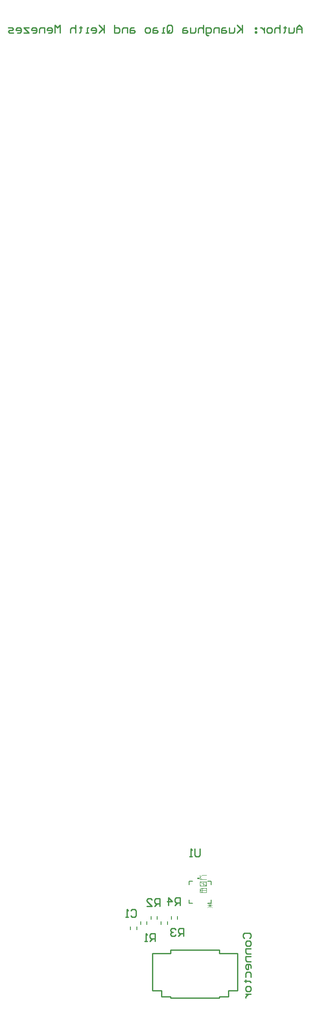
<source format=gbo>
%FSLAX44Y44*%
%MOMM*%
G71*
G01*
G75*
G04 Layer_Color=32896*
%ADD10R,2.5000X6.0000*%
%ADD11R,6.9850X4.0000*%
%ADD12R,6.0000X2.5000*%
%ADD13R,4.0000X6.9850*%
%ADD14C,0.2540*%
%ADD15C,1.0000*%
%ADD16C,4.0000*%
%ADD17C,1.8000*%
%ADD18C,1.0000*%
%ADD19C,1.2700*%
%ADD20R,1.0200X3.8000*%
%ADD21R,1.2192X0.8128*%
%ADD22R,0.3556X0.7620*%
%ADD23R,0.7620X0.3556*%
%ADD24R,2.7940X2.7940*%
%ADD25R,2.7032X6.2032*%
%ADD26R,7.1882X4.2032*%
%ADD27R,6.2032X2.7032*%
%ADD28R,4.2032X7.1882*%
%ADD29C,4.2032*%
%ADD30C,2.0032*%
%ADD31C,1.2032*%
%ADD32C,1.4732*%
%ADD33R,1.1200X3.9000*%
%ADD34R,1.4224X1.0160*%
%ADD35R,0.5588X0.9652*%
%ADD36R,0.9652X0.5588*%
%ADD37R,2.9972X2.9972*%
%ADD38R,0.0254X0.0254*%
%ADD39C,0.1524*%
%ADD40C,0.0762*%
G36*
X408655Y1506035D02*
X404845D01*
Y1508575D01*
X408655D01*
Y1506035D01*
D02*
G37*
D14*
X447897Y1273086D02*
Y1275850D01*
X352658Y1273086D02*
X447897D01*
X352658D02*
Y1275850D01*
X334632D02*
X352658D01*
X334632D02*
Y1287650D01*
X316910D02*
X334632D01*
X316910D02*
Y1360230D01*
X352658D01*
Y1366914D01*
X447897D01*
Y1360230D02*
Y1366914D01*
Y1360230D02*
X483645D01*
Y1287650D02*
Y1360230D01*
X465923Y1287650D02*
X483645D01*
X465923Y1275850D02*
Y1287650D01*
X447897Y1275850D02*
X465923D01*
X497304Y1389843D02*
X494765Y1392383D01*
Y1397461D01*
X497304Y1400000D01*
X507461D01*
X510000Y1397461D01*
Y1392383D01*
X507461Y1389843D01*
X510000Y1382226D02*
Y1377147D01*
X507461Y1374608D01*
X502383D01*
X499843Y1377147D01*
Y1382226D01*
X502383Y1384765D01*
X507461D01*
X510000Y1382226D01*
Y1369530D02*
X499843D01*
Y1361912D01*
X502383Y1359373D01*
X510000D01*
Y1354295D02*
X499843D01*
Y1346677D01*
X502383Y1344138D01*
X510000D01*
Y1331442D02*
Y1336521D01*
X507461Y1339060D01*
X502383D01*
X499843Y1336521D01*
Y1331442D01*
X502383Y1328903D01*
X504922D01*
Y1339060D01*
X499843Y1313668D02*
Y1321285D01*
X502383Y1323825D01*
X507461D01*
X510000Y1321285D01*
Y1313668D01*
X497304Y1306050D02*
X499843D01*
Y1308590D01*
Y1303511D01*
Y1306050D01*
X507461D01*
X510000Y1303511D01*
Y1293354D02*
Y1288276D01*
X507461Y1285737D01*
X502383D01*
X499843Y1288276D01*
Y1293354D01*
X502383Y1295894D01*
X507461D01*
X510000Y1293354D01*
X499843Y1280659D02*
X510000D01*
X504922D01*
X502383Y1278119D01*
X499843Y1275580D01*
Y1273041D01*
X274411Y1444294D02*
X276951Y1446833D01*
X282029D01*
X284568Y1444294D01*
Y1434137D01*
X282029Y1431598D01*
X276951D01*
X274411Y1434137D01*
X269333Y1431598D02*
X264255D01*
X266794D01*
Y1446833D01*
X269333Y1444294D01*
X322000Y1384000D02*
Y1399235D01*
X314382D01*
X311843Y1396696D01*
Y1391617D01*
X314382Y1389078D01*
X322000D01*
X316922D02*
X311843Y1384000D01*
X306765D02*
X301687D01*
X304226D01*
Y1399235D01*
X306765Y1396696D01*
X331000Y1453000D02*
Y1468235D01*
X323382D01*
X320843Y1465696D01*
Y1460618D01*
X323382Y1458078D01*
X331000D01*
X325922D02*
X320843Y1453000D01*
X305608D02*
X315765D01*
X305608Y1463157D01*
Y1465696D01*
X308147Y1468235D01*
X313226D01*
X315765Y1465696D01*
X378000Y1394000D02*
Y1409235D01*
X370382D01*
X367843Y1406696D01*
Y1401617D01*
X370382Y1399078D01*
X378000D01*
X372922D02*
X367843Y1394000D01*
X362765Y1406696D02*
X360226Y1409235D01*
X355147D01*
X352608Y1406696D01*
Y1404157D01*
X355147Y1401617D01*
X357687D01*
X355147D01*
X352608Y1399078D01*
Y1396539D01*
X355147Y1394000D01*
X360226D01*
X362765Y1396539D01*
X371000Y1454000D02*
Y1469235D01*
X363382D01*
X360843Y1466696D01*
Y1461617D01*
X363382Y1459078D01*
X371000D01*
X365922D02*
X360843Y1454000D01*
X348147D02*
Y1469235D01*
X355765Y1461617D01*
X345608D01*
X410000Y1565235D02*
Y1552539D01*
X407461Y1550000D01*
X402383D01*
X399843Y1552539D01*
Y1565235D01*
X394765Y1550000D02*
X389687D01*
X392226D01*
Y1565235D01*
X394765Y1562696D01*
X610000Y3163000D02*
Y3173157D01*
X604922Y3178235D01*
X599843Y3173157D01*
Y3163000D01*
Y3170617D01*
X610000D01*
X594765Y3173157D02*
Y3165539D01*
X592226Y3163000D01*
X584608D01*
Y3173157D01*
X576991Y3175696D02*
Y3173157D01*
X579530D01*
X574451D01*
X576991D01*
Y3165539D01*
X574451Y3163000D01*
X566834Y3178235D02*
Y3163000D01*
Y3170617D01*
X564295Y3173157D01*
X559216D01*
X556677Y3170617D01*
Y3163000D01*
X549060D02*
X543981D01*
X541442Y3165539D01*
Y3170617D01*
X543981Y3173157D01*
X549060D01*
X551599Y3170617D01*
Y3165539D01*
X549060Y3163000D01*
X536364Y3173157D02*
Y3163000D01*
Y3168078D01*
X533825Y3170617D01*
X531286Y3173157D01*
X528746D01*
X521129D02*
X518590D01*
Y3170617D01*
X521129D01*
Y3173157D01*
Y3165539D02*
X518590D01*
Y3163000D01*
X521129D01*
Y3165539D01*
X493198Y3178235D02*
Y3163000D01*
Y3168078D01*
X483041Y3178235D01*
X490659Y3170617D01*
X483041Y3163000D01*
X477963Y3173157D02*
Y3165539D01*
X475424Y3163000D01*
X467806D01*
Y3173157D01*
X460188D02*
X455110D01*
X452571Y3170617D01*
Y3163000D01*
X460188D01*
X462728Y3165539D01*
X460188Y3168078D01*
X452571D01*
X447493Y3163000D02*
Y3173157D01*
X439875D01*
X437336Y3170617D01*
Y3163000D01*
X427179Y3157921D02*
X424640D01*
X422101Y3160461D01*
Y3173157D01*
X429718D01*
X432257Y3170617D01*
Y3165539D01*
X429718Y3163000D01*
X422101D01*
X417022Y3178235D02*
Y3163000D01*
Y3170617D01*
X414483Y3173157D01*
X409405D01*
X406866Y3170617D01*
Y3163000D01*
X401787Y3173157D02*
Y3165539D01*
X399248Y3163000D01*
X391631D01*
Y3173157D01*
X384013D02*
X378935D01*
X376396Y3170617D01*
Y3163000D01*
X384013D01*
X386552Y3165539D01*
X384013Y3168078D01*
X376396D01*
X345925Y3165539D02*
Y3175696D01*
X348465Y3178235D01*
X353543D01*
X356082Y3175696D01*
Y3165539D01*
X353543Y3163000D01*
X348465D01*
X351004Y3168078D02*
X345925Y3163000D01*
X348465D02*
X345925Y3165539D01*
X340847Y3163000D02*
X335769D01*
X338308D01*
Y3173157D01*
X340847D01*
X325612D02*
X320534D01*
X317994Y3170617D01*
Y3163000D01*
X325612D01*
X328151Y3165539D01*
X325612Y3168078D01*
X317994D01*
X310377Y3163000D02*
X305299D01*
X302759Y3165539D01*
Y3170617D01*
X305299Y3173157D01*
X310377D01*
X312916Y3170617D01*
Y3165539D01*
X310377Y3163000D01*
X279907Y3173157D02*
X274828D01*
X272289Y3170617D01*
Y3163000D01*
X279907D01*
X282446Y3165539D01*
X279907Y3168078D01*
X272289D01*
X267211Y3163000D02*
Y3173157D01*
X259593D01*
X257054Y3170617D01*
Y3163000D01*
X241819Y3178235D02*
Y3163000D01*
X249437D01*
X251976Y3165539D01*
Y3170617D01*
X249437Y3173157D01*
X241819D01*
X221506Y3178235D02*
Y3163000D01*
Y3168078D01*
X211349Y3178235D01*
X218967Y3170617D01*
X211349Y3163000D01*
X198653D02*
X203731D01*
X206271Y3165539D01*
Y3170617D01*
X203731Y3173157D01*
X198653D01*
X196114Y3170617D01*
Y3168078D01*
X206271D01*
X191035Y3163000D02*
X185957D01*
X188496D01*
Y3173157D01*
X191035D01*
X175800Y3175696D02*
Y3173157D01*
X178340D01*
X173261D01*
X175800D01*
Y3165539D01*
X173261Y3163000D01*
X165644Y3178235D02*
Y3163000D01*
Y3170617D01*
X163105Y3173157D01*
X158026D01*
X155487Y3170617D01*
Y3163000D01*
X135174D02*
Y3178235D01*
X130095Y3173157D01*
X125017Y3178235D01*
Y3163000D01*
X112321D02*
X117399D01*
X119938Y3165539D01*
Y3170617D01*
X117399Y3173157D01*
X112321D01*
X109782Y3170617D01*
Y3168078D01*
X119938D01*
X104704Y3163000D02*
Y3173157D01*
X97086D01*
X94547Y3170617D01*
Y3163000D01*
X81851D02*
X86929D01*
X89468Y3165539D01*
Y3170617D01*
X86929Y3173157D01*
X81851D01*
X79312Y3170617D01*
Y3168078D01*
X89468D01*
X74233Y3173157D02*
X64077D01*
X74233Y3163000D01*
X64077D01*
X51381D02*
X56459D01*
X58998Y3165539D01*
Y3170617D01*
X56459Y3173157D01*
X51381D01*
X48842Y3170617D01*
Y3168078D01*
X58998D01*
X43763Y3163000D02*
X36146D01*
X33607Y3165539D01*
X36146Y3168078D01*
X41224D01*
X43763Y3170617D01*
X41224Y3173157D01*
X33607D01*
D39*
X366000Y1426952D02*
Y1433000D01*
X353904Y1426952D02*
Y1433000D01*
X346000Y1416952D02*
Y1423000D01*
X333904Y1416952D02*
Y1423000D01*
X306000Y1416952D02*
Y1423000D01*
X293904Y1416952D02*
Y1423000D01*
X286000Y1406952D02*
Y1413000D01*
X273904Y1406952D02*
Y1413000D01*
X326000Y1426952D02*
Y1433000D01*
X313904Y1426952D02*
Y1433000D01*
X431717Y1458283D02*
Y1465145D01*
X424855Y1501717D02*
X431717D01*
X388283Y1458283D02*
Y1465145D01*
Y1501717D02*
X395145D01*
X431717Y1494855D02*
Y1501717D01*
X424855Y1458283D02*
X431717D01*
X388283D02*
X395145D01*
X388283Y1494855D02*
Y1501717D01*
D40*
X433580Y1450155D02*
X425116Y1458619D01*
Y1450155D02*
X433580Y1458619D01*
X429348Y1450155D02*
Y1458619D01*
X425116Y1454387D02*
X433580D01*
X410000Y1480000D02*
X422696D01*
Y1486348D01*
X420580Y1488464D01*
X416348D01*
X414232Y1486348D01*
Y1480000D01*
X410000Y1492696D02*
X422696D01*
X410000Y1501160D01*
X422696D01*
Y1480000D02*
X410000D01*
Y1486348D01*
X412116Y1488464D01*
X420580D01*
X422696Y1486348D01*
Y1480000D01*
Y1501160D02*
Y1492696D01*
X410000D01*
Y1501160D01*
X416348Y1492696D02*
Y1496928D01*
X422696Y1505392D02*
X414232D01*
X410000Y1509624D01*
X414232Y1513856D01*
X422696D01*
Y1480000D02*
X414232D01*
X410000Y1484232D01*
X414232Y1488464D01*
X422696D01*
X410000Y1492696D02*
X418464D01*
X422696Y1496928D01*
X418464Y1501160D01*
X410000D01*
X416348D01*
Y1492696D01*
X422696Y1505392D02*
X410000D01*
Y1513856D01*
X422696Y1480000D02*
Y1488464D01*
Y1484232D01*
X410000D01*
X422696Y1499044D02*
Y1494812D01*
X420580Y1492696D01*
X412116D01*
X410000Y1494812D01*
Y1499044D01*
X412116Y1501160D01*
X420580D01*
X422696Y1499044D01*
Y1505392D02*
X410000D01*
Y1513856D01*
M02*

</source>
